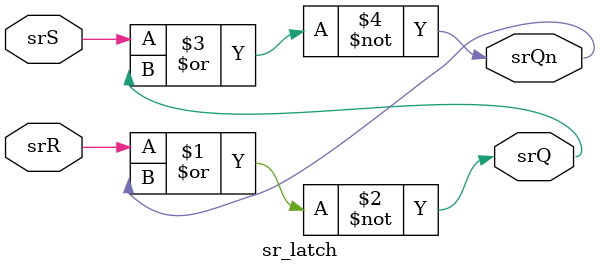
<source format=sv>
module sr_latch(
	input logic srR, srS,
	output logic srQ, srQn
);

	//N1
	nor (srQ, srR, srQn);
	//N2
	nor (srQn, srS, srQ);
	
endmodule
</source>
